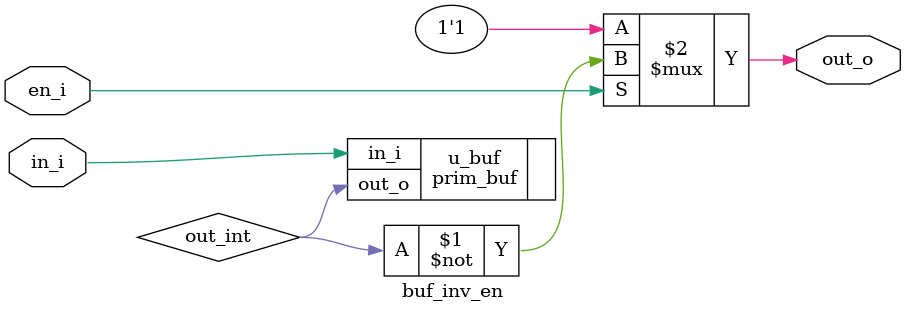
<source format=sv>

module buf_inv_en #(
  parameter int Width = 1,
  parameter logic [Width-1:0] OutDisabled = {Width{1'b1}}
) (
  input              en_i,
  input  [Width-1:0] in_i,
  output [Width-1:0] out_o
);

  logic [Width-1:0] out_int;
  prim_buf #(.Width(Width)) u_buf (
    .in_i   (in_i),
    .out_o  (out_int)
  );

  assign out_o = en_i ? ~out_int : OutDisabled;

endmodule

</source>
